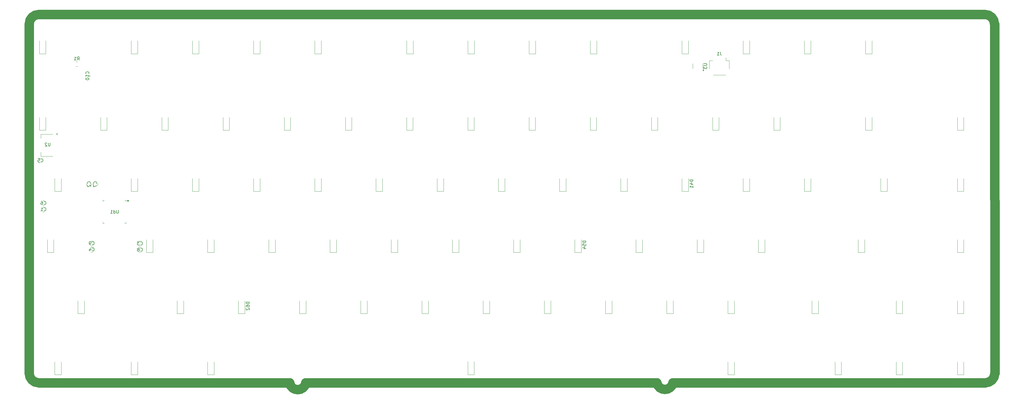
<source format=gbr>
%TF.GenerationSoftware,KiCad,Pcbnew,8.99.0-829-g0984af1676*%
%TF.CreationDate,2024-04-27T09:25:59+07:00*%
%TF.ProjectId,Nuxros75,4e757872-6f73-4373-952e-6b696361645f,rev?*%
%TF.SameCoordinates,Original*%
%TF.FileFunction,Legend,Bot*%
%TF.FilePolarity,Positive*%
%FSLAX46Y46*%
G04 Gerber Fmt 4.6, Leading zero omitted, Abs format (unit mm)*
G04 Created by KiCad (PCBNEW 8.99.0-829-g0984af1676) date 2024-04-27 09:25:59*
%MOMM*%
%LPD*%
G01*
G04 APERTURE LIST*
%ADD10C,3.000000*%
%ADD11C,0.150000*%
%ADD12C,0.120000*%
G04 APERTURE END LIST*
D10*
X34600000Y-133990000D02*
G75*
G02*
X31600000Y-136990000I-3000000J0D01*
G01*
X-70600000Y-136990000D02*
X-179900000Y-136990000D01*
X-263000000Y-137000000D02*
G75*
G02*
X-266000000Y-134000000I1J3000001D01*
G01*
X34500000Y-25190000D02*
X34600000Y-133990000D01*
X-179900001Y-136990000D02*
G75*
G02*
X-184899999Y-136990000I-2499999J400000D01*
G01*
X-65600001Y-136990001D02*
G75*
G02*
X-70599999Y-136990000I-2499999J500001D01*
G01*
X31500000Y-22200000D02*
G75*
G02*
X34500000Y-25200000I0J-3000000D01*
G01*
X-263000000Y-22200000D02*
X31500000Y-22200000D01*
X-266000000Y-25200000D02*
X-266000000Y-134000000D01*
X-266000000Y-25200000D02*
G75*
G02*
X-263000000Y-22200000I3000003J-3D01*
G01*
X31600000Y-136990000D02*
X-65600001Y-136990001D01*
X-263000000Y-137000000D02*
X-184900000Y-137000000D01*
D11*
X-247480419Y-40667142D02*
X-247432800Y-40619523D01*
X-247432800Y-40619523D02*
X-247385180Y-40476666D01*
X-247385180Y-40476666D02*
X-247385180Y-40381428D01*
X-247385180Y-40381428D02*
X-247432800Y-40238571D01*
X-247432800Y-40238571D02*
X-247528038Y-40143333D01*
X-247528038Y-40143333D02*
X-247623276Y-40095714D01*
X-247623276Y-40095714D02*
X-247813752Y-40048095D01*
X-247813752Y-40048095D02*
X-247956609Y-40048095D01*
X-247956609Y-40048095D02*
X-248147085Y-40095714D01*
X-248147085Y-40095714D02*
X-248242323Y-40143333D01*
X-248242323Y-40143333D02*
X-248337561Y-40238571D01*
X-248337561Y-40238571D02*
X-248385180Y-40381428D01*
X-248385180Y-40381428D02*
X-248385180Y-40476666D01*
X-248385180Y-40476666D02*
X-248337561Y-40619523D01*
X-248337561Y-40619523D02*
X-248289942Y-40667142D01*
X-247385180Y-41619523D02*
X-247385180Y-41048095D01*
X-247385180Y-41333809D02*
X-248385180Y-41333809D01*
X-248385180Y-41333809D02*
X-248242323Y-41238571D01*
X-248242323Y-41238571D02*
X-248147085Y-41143333D01*
X-248147085Y-41143333D02*
X-248099466Y-41048095D01*
X-248385180Y-42238571D02*
X-248385180Y-42333809D01*
X-248385180Y-42333809D02*
X-248337561Y-42429047D01*
X-248337561Y-42429047D02*
X-248289942Y-42476666D01*
X-248289942Y-42476666D02*
X-248194704Y-42524285D01*
X-248194704Y-42524285D02*
X-248004228Y-42571904D01*
X-248004228Y-42571904D02*
X-247766133Y-42571904D01*
X-247766133Y-42571904D02*
X-247575657Y-42524285D01*
X-247575657Y-42524285D02*
X-247480419Y-42476666D01*
X-247480419Y-42476666D02*
X-247432800Y-42429047D01*
X-247432800Y-42429047D02*
X-247385180Y-42333809D01*
X-247385180Y-42333809D02*
X-247385180Y-42238571D01*
X-247385180Y-42238571D02*
X-247432800Y-42143333D01*
X-247432800Y-42143333D02*
X-247480419Y-42095714D01*
X-247480419Y-42095714D02*
X-247575657Y-42048095D01*
X-247575657Y-42048095D02*
X-247766133Y-42000476D01*
X-247766133Y-42000476D02*
X-248004228Y-42000476D01*
X-248004228Y-42000476D02*
X-248194704Y-42048095D01*
X-248194704Y-42048095D02*
X-248289942Y-42095714D01*
X-248289942Y-42095714D02*
X-248337561Y-42143333D01*
X-248337561Y-42143333D02*
X-248385180Y-42238571D01*
X-261413333Y-81349580D02*
X-261365714Y-81397200D01*
X-261365714Y-81397200D02*
X-261222857Y-81444819D01*
X-261222857Y-81444819D02*
X-261127619Y-81444819D01*
X-261127619Y-81444819D02*
X-260984762Y-81397200D01*
X-260984762Y-81397200D02*
X-260889524Y-81301961D01*
X-260889524Y-81301961D02*
X-260841905Y-81206723D01*
X-260841905Y-81206723D02*
X-260794286Y-81016247D01*
X-260794286Y-81016247D02*
X-260794286Y-80873390D01*
X-260794286Y-80873390D02*
X-260841905Y-80682914D01*
X-260841905Y-80682914D02*
X-260889524Y-80587676D01*
X-260889524Y-80587676D02*
X-260984762Y-80492438D01*
X-260984762Y-80492438D02*
X-261127619Y-80444819D01*
X-261127619Y-80444819D02*
X-261222857Y-80444819D01*
X-261222857Y-80444819D02*
X-261365714Y-80492438D01*
X-261365714Y-80492438D02*
X-261413333Y-80540057D01*
X-262270476Y-80444819D02*
X-262080000Y-80444819D01*
X-262080000Y-80444819D02*
X-261984762Y-80492438D01*
X-261984762Y-80492438D02*
X-261937143Y-80540057D01*
X-261937143Y-80540057D02*
X-261841905Y-80682914D01*
X-261841905Y-80682914D02*
X-261794286Y-80873390D01*
X-261794286Y-80873390D02*
X-261794286Y-81254342D01*
X-261794286Y-81254342D02*
X-261841905Y-81349580D01*
X-261841905Y-81349580D02*
X-261889524Y-81397200D01*
X-261889524Y-81397200D02*
X-261984762Y-81444819D01*
X-261984762Y-81444819D02*
X-262175238Y-81444819D01*
X-262175238Y-81444819D02*
X-262270476Y-81397200D01*
X-262270476Y-81397200D02*
X-262318095Y-81349580D01*
X-262318095Y-81349580D02*
X-262365714Y-81254342D01*
X-262365714Y-81254342D02*
X-262365714Y-81016247D01*
X-262365714Y-81016247D02*
X-262318095Y-80921009D01*
X-262318095Y-80921009D02*
X-262270476Y-80873390D01*
X-262270476Y-80873390D02*
X-262175238Y-80825771D01*
X-262175238Y-80825771D02*
X-261984762Y-80825771D01*
X-261984762Y-80825771D02*
X-261889524Y-80873390D01*
X-261889524Y-80873390D02*
X-261841905Y-80921009D01*
X-261841905Y-80921009D02*
X-261794286Y-81016247D01*
X-238205714Y-83144819D02*
X-238205714Y-83954342D01*
X-238205714Y-83954342D02*
X-238253333Y-84049580D01*
X-238253333Y-84049580D02*
X-238300952Y-84097200D01*
X-238300952Y-84097200D02*
X-238396190Y-84144819D01*
X-238396190Y-84144819D02*
X-238586666Y-84144819D01*
X-238586666Y-84144819D02*
X-238681904Y-84097200D01*
X-238681904Y-84097200D02*
X-238729523Y-84049580D01*
X-238729523Y-84049580D02*
X-238777142Y-83954342D01*
X-238777142Y-83954342D02*
X-238777142Y-83144819D01*
X-239681904Y-84144819D02*
X-239681904Y-83144819D01*
X-239681904Y-84097200D02*
X-239586666Y-84144819D01*
X-239586666Y-84144819D02*
X-239396190Y-84144819D01*
X-239396190Y-84144819D02*
X-239300952Y-84097200D01*
X-239300952Y-84097200D02*
X-239253333Y-84049580D01*
X-239253333Y-84049580D02*
X-239205714Y-83954342D01*
X-239205714Y-83954342D02*
X-239205714Y-83668628D01*
X-239205714Y-83668628D02*
X-239253333Y-83573390D01*
X-239253333Y-83573390D02*
X-239300952Y-83525771D01*
X-239300952Y-83525771D02*
X-239396190Y-83478152D01*
X-239396190Y-83478152D02*
X-239586666Y-83478152D01*
X-239586666Y-83478152D02*
X-239681904Y-83525771D01*
X-240681904Y-84144819D02*
X-240110476Y-84144819D01*
X-240396190Y-84144819D02*
X-240396190Y-83144819D01*
X-240396190Y-83144819D02*
X-240300952Y-83287676D01*
X-240300952Y-83287676D02*
X-240205714Y-83382914D01*
X-240205714Y-83382914D02*
X-240110476Y-83430533D01*
X-259488095Y-62204819D02*
X-259488095Y-63014342D01*
X-259488095Y-63014342D02*
X-259535714Y-63109580D01*
X-259535714Y-63109580D02*
X-259583333Y-63157200D01*
X-259583333Y-63157200D02*
X-259678571Y-63204819D01*
X-259678571Y-63204819D02*
X-259869047Y-63204819D01*
X-259869047Y-63204819D02*
X-259964285Y-63157200D01*
X-259964285Y-63157200D02*
X-260011904Y-63109580D01*
X-260011904Y-63109580D02*
X-260059523Y-63014342D01*
X-260059523Y-63014342D02*
X-260059523Y-62204819D01*
X-260488095Y-62300057D02*
X-260535714Y-62252438D01*
X-260535714Y-62252438D02*
X-260630952Y-62204819D01*
X-260630952Y-62204819D02*
X-260869047Y-62204819D01*
X-260869047Y-62204819D02*
X-260964285Y-62252438D01*
X-260964285Y-62252438D02*
X-261011904Y-62300057D01*
X-261011904Y-62300057D02*
X-261059523Y-62395295D01*
X-261059523Y-62395295D02*
X-261059523Y-62490533D01*
X-261059523Y-62490533D02*
X-261011904Y-62633390D01*
X-261011904Y-62633390D02*
X-260440476Y-63204819D01*
X-260440476Y-63204819D02*
X-261059523Y-63204819D01*
X-59362680Y-73708214D02*
X-60362680Y-73708214D01*
X-60362680Y-73708214D02*
X-60362680Y-73946309D01*
X-60362680Y-73946309D02*
X-60315061Y-74089166D01*
X-60315061Y-74089166D02*
X-60219823Y-74184404D01*
X-60219823Y-74184404D02*
X-60124585Y-74232023D01*
X-60124585Y-74232023D02*
X-59934109Y-74279642D01*
X-59934109Y-74279642D02*
X-59791252Y-74279642D01*
X-59791252Y-74279642D02*
X-59600776Y-74232023D01*
X-59600776Y-74232023D02*
X-59505538Y-74184404D01*
X-59505538Y-74184404D02*
X-59410300Y-74089166D01*
X-59410300Y-74089166D02*
X-59362680Y-73946309D01*
X-59362680Y-73946309D02*
X-59362680Y-73708214D01*
X-60029347Y-75136785D02*
X-59362680Y-75136785D01*
X-60410300Y-74898690D02*
X-59696014Y-74660595D01*
X-59696014Y-74660595D02*
X-59696014Y-75279642D01*
X-59362680Y-76184404D02*
X-59362680Y-75612976D01*
X-59362680Y-75898690D02*
X-60362680Y-75898690D01*
X-60362680Y-75898690D02*
X-60219823Y-75803452D01*
X-60219823Y-75803452D02*
X-60124585Y-75708214D01*
X-60124585Y-75708214D02*
X-60076966Y-75612976D01*
X-56045180Y-37500595D02*
X-55235657Y-37500595D01*
X-55235657Y-37500595D02*
X-55140419Y-37548214D01*
X-55140419Y-37548214D02*
X-55092800Y-37595833D01*
X-55092800Y-37595833D02*
X-55045180Y-37691071D01*
X-55045180Y-37691071D02*
X-55045180Y-37881547D01*
X-55045180Y-37881547D02*
X-55092800Y-37976785D01*
X-55092800Y-37976785D02*
X-55140419Y-38024404D01*
X-55140419Y-38024404D02*
X-55235657Y-38072023D01*
X-55235657Y-38072023D02*
X-56045180Y-38072023D01*
X-56045180Y-38452976D02*
X-56045180Y-39072023D01*
X-56045180Y-39072023D02*
X-55664228Y-38738690D01*
X-55664228Y-38738690D02*
X-55664228Y-38881547D01*
X-55664228Y-38881547D02*
X-55616609Y-38976785D01*
X-55616609Y-38976785D02*
X-55568990Y-39024404D01*
X-55568990Y-39024404D02*
X-55473752Y-39072023D01*
X-55473752Y-39072023D02*
X-55235657Y-39072023D01*
X-55235657Y-39072023D02*
X-55140419Y-39024404D01*
X-55140419Y-39024404D02*
X-55092800Y-38976785D01*
X-55092800Y-38976785D02*
X-55045180Y-38881547D01*
X-55045180Y-38881547D02*
X-55045180Y-38595833D01*
X-55045180Y-38595833D02*
X-55092800Y-38500595D01*
X-55092800Y-38500595D02*
X-55140419Y-38452976D01*
X-247000419Y-74943333D02*
X-246952800Y-74895714D01*
X-246952800Y-74895714D02*
X-246905180Y-74752857D01*
X-246905180Y-74752857D02*
X-246905180Y-74657619D01*
X-246905180Y-74657619D02*
X-246952800Y-74514762D01*
X-246952800Y-74514762D02*
X-247048038Y-74419524D01*
X-247048038Y-74419524D02*
X-247143276Y-74371905D01*
X-247143276Y-74371905D02*
X-247333752Y-74324286D01*
X-247333752Y-74324286D02*
X-247476609Y-74324286D01*
X-247476609Y-74324286D02*
X-247667085Y-74371905D01*
X-247667085Y-74371905D02*
X-247762323Y-74419524D01*
X-247762323Y-74419524D02*
X-247857561Y-74514762D01*
X-247857561Y-74514762D02*
X-247905180Y-74657619D01*
X-247905180Y-74657619D02*
X-247905180Y-74752857D01*
X-247905180Y-74752857D02*
X-247857561Y-74895714D01*
X-247857561Y-74895714D02*
X-247809942Y-74943333D01*
X-247809942Y-75324286D02*
X-247857561Y-75371905D01*
X-247857561Y-75371905D02*
X-247905180Y-75467143D01*
X-247905180Y-75467143D02*
X-247905180Y-75705238D01*
X-247905180Y-75705238D02*
X-247857561Y-75800476D01*
X-247857561Y-75800476D02*
X-247809942Y-75848095D01*
X-247809942Y-75848095D02*
X-247714704Y-75895714D01*
X-247714704Y-75895714D02*
X-247619466Y-75895714D01*
X-247619466Y-75895714D02*
X-247476609Y-75848095D01*
X-247476609Y-75848095D02*
X-246905180Y-75276667D01*
X-246905180Y-75276667D02*
X-246905180Y-75895714D01*
X-261413333Y-83309580D02*
X-261365714Y-83357200D01*
X-261365714Y-83357200D02*
X-261222857Y-83404819D01*
X-261222857Y-83404819D02*
X-261127619Y-83404819D01*
X-261127619Y-83404819D02*
X-260984762Y-83357200D01*
X-260984762Y-83357200D02*
X-260889524Y-83261961D01*
X-260889524Y-83261961D02*
X-260841905Y-83166723D01*
X-260841905Y-83166723D02*
X-260794286Y-82976247D01*
X-260794286Y-82976247D02*
X-260794286Y-82833390D01*
X-260794286Y-82833390D02*
X-260841905Y-82642914D01*
X-260841905Y-82642914D02*
X-260889524Y-82547676D01*
X-260889524Y-82547676D02*
X-260984762Y-82452438D01*
X-260984762Y-82452438D02*
X-261127619Y-82404819D01*
X-261127619Y-82404819D02*
X-261222857Y-82404819D01*
X-261222857Y-82404819D02*
X-261365714Y-82452438D01*
X-261365714Y-82452438D02*
X-261413333Y-82500057D01*
X-262365714Y-83404819D02*
X-261794286Y-83404819D01*
X-262080000Y-83404819D02*
X-262080000Y-82404819D01*
X-262080000Y-82404819D02*
X-261984762Y-82547676D01*
X-261984762Y-82547676D02*
X-261889524Y-82642914D01*
X-261889524Y-82642914D02*
X-261794286Y-82690533D01*
X-92700180Y-92758214D02*
X-93700180Y-92758214D01*
X-93700180Y-92758214D02*
X-93700180Y-92996309D01*
X-93700180Y-92996309D02*
X-93652561Y-93139166D01*
X-93652561Y-93139166D02*
X-93557323Y-93234404D01*
X-93557323Y-93234404D02*
X-93462085Y-93282023D01*
X-93462085Y-93282023D02*
X-93271609Y-93329642D01*
X-93271609Y-93329642D02*
X-93128752Y-93329642D01*
X-93128752Y-93329642D02*
X-92938276Y-93282023D01*
X-92938276Y-93282023D02*
X-92843038Y-93234404D01*
X-92843038Y-93234404D02*
X-92747800Y-93139166D01*
X-92747800Y-93139166D02*
X-92700180Y-92996309D01*
X-92700180Y-92996309D02*
X-92700180Y-92758214D01*
X-93700180Y-94234404D02*
X-93700180Y-93758214D01*
X-93700180Y-93758214D02*
X-93223990Y-93710595D01*
X-93223990Y-93710595D02*
X-93271609Y-93758214D01*
X-93271609Y-93758214D02*
X-93319228Y-93853452D01*
X-93319228Y-93853452D02*
X-93319228Y-94091547D01*
X-93319228Y-94091547D02*
X-93271609Y-94186785D01*
X-93271609Y-94186785D02*
X-93223990Y-94234404D01*
X-93223990Y-94234404D02*
X-93128752Y-94282023D01*
X-93128752Y-94282023D02*
X-92890657Y-94282023D01*
X-92890657Y-94282023D02*
X-92795419Y-94234404D01*
X-92795419Y-94234404D02*
X-92747800Y-94186785D01*
X-92747800Y-94186785D02*
X-92700180Y-94091547D01*
X-92700180Y-94091547D02*
X-92700180Y-93853452D01*
X-92700180Y-93853452D02*
X-92747800Y-93758214D01*
X-92747800Y-93758214D02*
X-92795419Y-93710595D01*
X-93366847Y-95139166D02*
X-92700180Y-95139166D01*
X-93747800Y-94901071D02*
X-93033514Y-94662976D01*
X-93033514Y-94662976D02*
X-93033514Y-95282023D01*
X-197475180Y-111808214D02*
X-198475180Y-111808214D01*
X-198475180Y-111808214D02*
X-198475180Y-112046309D01*
X-198475180Y-112046309D02*
X-198427561Y-112189166D01*
X-198427561Y-112189166D02*
X-198332323Y-112284404D01*
X-198332323Y-112284404D02*
X-198237085Y-112332023D01*
X-198237085Y-112332023D02*
X-198046609Y-112379642D01*
X-198046609Y-112379642D02*
X-197903752Y-112379642D01*
X-197903752Y-112379642D02*
X-197713276Y-112332023D01*
X-197713276Y-112332023D02*
X-197618038Y-112284404D01*
X-197618038Y-112284404D02*
X-197522800Y-112189166D01*
X-197522800Y-112189166D02*
X-197475180Y-112046309D01*
X-197475180Y-112046309D02*
X-197475180Y-111808214D01*
X-198475180Y-113236785D02*
X-198475180Y-113046309D01*
X-198475180Y-113046309D02*
X-198427561Y-112951071D01*
X-198427561Y-112951071D02*
X-198379942Y-112903452D01*
X-198379942Y-112903452D02*
X-198237085Y-112808214D01*
X-198237085Y-112808214D02*
X-198046609Y-112760595D01*
X-198046609Y-112760595D02*
X-197665657Y-112760595D01*
X-197665657Y-112760595D02*
X-197570419Y-112808214D01*
X-197570419Y-112808214D02*
X-197522800Y-112855833D01*
X-197522800Y-112855833D02*
X-197475180Y-112951071D01*
X-197475180Y-112951071D02*
X-197475180Y-113141547D01*
X-197475180Y-113141547D02*
X-197522800Y-113236785D01*
X-197522800Y-113236785D02*
X-197570419Y-113284404D01*
X-197570419Y-113284404D02*
X-197665657Y-113332023D01*
X-197665657Y-113332023D02*
X-197903752Y-113332023D01*
X-197903752Y-113332023D02*
X-197998990Y-113284404D01*
X-197998990Y-113284404D02*
X-198046609Y-113236785D01*
X-198046609Y-113236785D02*
X-198094228Y-113141547D01*
X-198094228Y-113141547D02*
X-198094228Y-112951071D01*
X-198094228Y-112951071D02*
X-198046609Y-112855833D01*
X-198046609Y-112855833D02*
X-197998990Y-112808214D01*
X-197998990Y-112808214D02*
X-197903752Y-112760595D01*
X-198379942Y-113712976D02*
X-198427561Y-113760595D01*
X-198427561Y-113760595D02*
X-198475180Y-113855833D01*
X-198475180Y-113855833D02*
X-198475180Y-114093928D01*
X-198475180Y-114093928D02*
X-198427561Y-114189166D01*
X-198427561Y-114189166D02*
X-198379942Y-114236785D01*
X-198379942Y-114236785D02*
X-198284704Y-114284404D01*
X-198284704Y-114284404D02*
X-198189466Y-114284404D01*
X-198189466Y-114284404D02*
X-198046609Y-114236785D01*
X-198046609Y-114236785D02*
X-197475180Y-113665357D01*
X-197475180Y-113665357D02*
X-197475180Y-114284404D01*
X-231343333Y-95899580D02*
X-231295714Y-95947200D01*
X-231295714Y-95947200D02*
X-231152857Y-95994819D01*
X-231152857Y-95994819D02*
X-231057619Y-95994819D01*
X-231057619Y-95994819D02*
X-230914762Y-95947200D01*
X-230914762Y-95947200D02*
X-230819524Y-95851961D01*
X-230819524Y-95851961D02*
X-230771905Y-95756723D01*
X-230771905Y-95756723D02*
X-230724286Y-95566247D01*
X-230724286Y-95566247D02*
X-230724286Y-95423390D01*
X-230724286Y-95423390D02*
X-230771905Y-95232914D01*
X-230771905Y-95232914D02*
X-230819524Y-95137676D01*
X-230819524Y-95137676D02*
X-230914762Y-95042438D01*
X-230914762Y-95042438D02*
X-231057619Y-94994819D01*
X-231057619Y-94994819D02*
X-231152857Y-94994819D01*
X-231152857Y-94994819D02*
X-231295714Y-95042438D01*
X-231295714Y-95042438D02*
X-231343333Y-95090057D01*
X-231914762Y-95423390D02*
X-231819524Y-95375771D01*
X-231819524Y-95375771D02*
X-231771905Y-95328152D01*
X-231771905Y-95328152D02*
X-231724286Y-95232914D01*
X-231724286Y-95232914D02*
X-231724286Y-95185295D01*
X-231724286Y-95185295D02*
X-231771905Y-95090057D01*
X-231771905Y-95090057D02*
X-231819524Y-95042438D01*
X-231819524Y-95042438D02*
X-231914762Y-94994819D01*
X-231914762Y-94994819D02*
X-232105238Y-94994819D01*
X-232105238Y-94994819D02*
X-232200476Y-95042438D01*
X-232200476Y-95042438D02*
X-232248095Y-95090057D01*
X-232248095Y-95090057D02*
X-232295714Y-95185295D01*
X-232295714Y-95185295D02*
X-232295714Y-95232914D01*
X-232295714Y-95232914D02*
X-232248095Y-95328152D01*
X-232248095Y-95328152D02*
X-232200476Y-95375771D01*
X-232200476Y-95375771D02*
X-232105238Y-95423390D01*
X-232105238Y-95423390D02*
X-231914762Y-95423390D01*
X-231914762Y-95423390D02*
X-231819524Y-95471009D01*
X-231819524Y-95471009D02*
X-231771905Y-95518628D01*
X-231771905Y-95518628D02*
X-231724286Y-95613866D01*
X-231724286Y-95613866D02*
X-231724286Y-95804342D01*
X-231724286Y-95804342D02*
X-231771905Y-95899580D01*
X-231771905Y-95899580D02*
X-231819524Y-95947200D01*
X-231819524Y-95947200D02*
X-231914762Y-95994819D01*
X-231914762Y-95994819D02*
X-232105238Y-95994819D01*
X-232105238Y-95994819D02*
X-232200476Y-95947200D01*
X-232200476Y-95947200D02*
X-232248095Y-95899580D01*
X-232248095Y-95899580D02*
X-232295714Y-95804342D01*
X-232295714Y-95804342D02*
X-232295714Y-95613866D01*
X-232295714Y-95613866D02*
X-232248095Y-95518628D01*
X-232248095Y-95518628D02*
X-232200476Y-95471009D01*
X-232200476Y-95471009D02*
X-232105238Y-95423390D01*
X-245040419Y-74943333D02*
X-244992800Y-74895714D01*
X-244992800Y-74895714D02*
X-244945180Y-74752857D01*
X-244945180Y-74752857D02*
X-244945180Y-74657619D01*
X-244945180Y-74657619D02*
X-244992800Y-74514762D01*
X-244992800Y-74514762D02*
X-245088038Y-74419524D01*
X-245088038Y-74419524D02*
X-245183276Y-74371905D01*
X-245183276Y-74371905D02*
X-245373752Y-74324286D01*
X-245373752Y-74324286D02*
X-245516609Y-74324286D01*
X-245516609Y-74324286D02*
X-245707085Y-74371905D01*
X-245707085Y-74371905D02*
X-245802323Y-74419524D01*
X-245802323Y-74419524D02*
X-245897561Y-74514762D01*
X-245897561Y-74514762D02*
X-245945180Y-74657619D01*
X-245945180Y-74657619D02*
X-245945180Y-74752857D01*
X-245945180Y-74752857D02*
X-245897561Y-74895714D01*
X-245897561Y-74895714D02*
X-245849942Y-74943333D01*
X-245945180Y-75276667D02*
X-245945180Y-75943333D01*
X-245945180Y-75943333D02*
X-244945180Y-75514762D01*
X-246373333Y-95819580D02*
X-246325714Y-95867200D01*
X-246325714Y-95867200D02*
X-246182857Y-95914819D01*
X-246182857Y-95914819D02*
X-246087619Y-95914819D01*
X-246087619Y-95914819D02*
X-245944762Y-95867200D01*
X-245944762Y-95867200D02*
X-245849524Y-95771961D01*
X-245849524Y-95771961D02*
X-245801905Y-95676723D01*
X-245801905Y-95676723D02*
X-245754286Y-95486247D01*
X-245754286Y-95486247D02*
X-245754286Y-95343390D01*
X-245754286Y-95343390D02*
X-245801905Y-95152914D01*
X-245801905Y-95152914D02*
X-245849524Y-95057676D01*
X-245849524Y-95057676D02*
X-245944762Y-94962438D01*
X-245944762Y-94962438D02*
X-246087619Y-94914819D01*
X-246087619Y-94914819D02*
X-246182857Y-94914819D01*
X-246182857Y-94914819D02*
X-246325714Y-94962438D01*
X-246325714Y-94962438D02*
X-246373333Y-95010057D01*
X-247230476Y-95248152D02*
X-247230476Y-95914819D01*
X-246992381Y-94867200D02*
X-246754286Y-95581485D01*
X-246754286Y-95581485D02*
X-247373333Y-95581485D01*
X-231343333Y-93939580D02*
X-231295714Y-93987200D01*
X-231295714Y-93987200D02*
X-231152857Y-94034819D01*
X-231152857Y-94034819D02*
X-231057619Y-94034819D01*
X-231057619Y-94034819D02*
X-230914762Y-93987200D01*
X-230914762Y-93987200D02*
X-230819524Y-93891961D01*
X-230819524Y-93891961D02*
X-230771905Y-93796723D01*
X-230771905Y-93796723D02*
X-230724286Y-93606247D01*
X-230724286Y-93606247D02*
X-230724286Y-93463390D01*
X-230724286Y-93463390D02*
X-230771905Y-93272914D01*
X-230771905Y-93272914D02*
X-230819524Y-93177676D01*
X-230819524Y-93177676D02*
X-230914762Y-93082438D01*
X-230914762Y-93082438D02*
X-231057619Y-93034819D01*
X-231057619Y-93034819D02*
X-231152857Y-93034819D01*
X-231152857Y-93034819D02*
X-231295714Y-93082438D01*
X-231295714Y-93082438D02*
X-231343333Y-93130057D01*
X-231676667Y-93034819D02*
X-232295714Y-93034819D01*
X-232295714Y-93034819D02*
X-231962381Y-93415771D01*
X-231962381Y-93415771D02*
X-232105238Y-93415771D01*
X-232105238Y-93415771D02*
X-232200476Y-93463390D01*
X-232200476Y-93463390D02*
X-232248095Y-93511009D01*
X-232248095Y-93511009D02*
X-232295714Y-93606247D01*
X-232295714Y-93606247D02*
X-232295714Y-93844342D01*
X-232295714Y-93844342D02*
X-232248095Y-93939580D01*
X-232248095Y-93939580D02*
X-232200476Y-93987200D01*
X-232200476Y-93987200D02*
X-232105238Y-94034819D01*
X-232105238Y-94034819D02*
X-231819524Y-94034819D01*
X-231819524Y-94034819D02*
X-231724286Y-93987200D01*
X-231724286Y-93987200D02*
X-231676667Y-93939580D01*
X-246373333Y-93859580D02*
X-246325714Y-93907200D01*
X-246325714Y-93907200D02*
X-246182857Y-93954819D01*
X-246182857Y-93954819D02*
X-246087619Y-93954819D01*
X-246087619Y-93954819D02*
X-245944762Y-93907200D01*
X-245944762Y-93907200D02*
X-245849524Y-93811961D01*
X-245849524Y-93811961D02*
X-245801905Y-93716723D01*
X-245801905Y-93716723D02*
X-245754286Y-93526247D01*
X-245754286Y-93526247D02*
X-245754286Y-93383390D01*
X-245754286Y-93383390D02*
X-245801905Y-93192914D01*
X-245801905Y-93192914D02*
X-245849524Y-93097676D01*
X-245849524Y-93097676D02*
X-245944762Y-93002438D01*
X-245944762Y-93002438D02*
X-246087619Y-92954819D01*
X-246087619Y-92954819D02*
X-246182857Y-92954819D01*
X-246182857Y-92954819D02*
X-246325714Y-93002438D01*
X-246325714Y-93002438D02*
X-246373333Y-93050057D01*
X-246849524Y-93954819D02*
X-247040000Y-93954819D01*
X-247040000Y-93954819D02*
X-247135238Y-93907200D01*
X-247135238Y-93907200D02*
X-247182857Y-93859580D01*
X-247182857Y-93859580D02*
X-247278095Y-93716723D01*
X-247278095Y-93716723D02*
X-247325714Y-93526247D01*
X-247325714Y-93526247D02*
X-247325714Y-93145295D01*
X-247325714Y-93145295D02*
X-247278095Y-93050057D01*
X-247278095Y-93050057D02*
X-247230476Y-93002438D01*
X-247230476Y-93002438D02*
X-247135238Y-92954819D01*
X-247135238Y-92954819D02*
X-246944762Y-92954819D01*
X-246944762Y-92954819D02*
X-246849524Y-93002438D01*
X-246849524Y-93002438D02*
X-246801905Y-93050057D01*
X-246801905Y-93050057D02*
X-246754286Y-93145295D01*
X-246754286Y-93145295D02*
X-246754286Y-93383390D01*
X-246754286Y-93383390D02*
X-246801905Y-93478628D01*
X-246801905Y-93478628D02*
X-246849524Y-93526247D01*
X-246849524Y-93526247D02*
X-246944762Y-93573866D01*
X-246944762Y-93573866D02*
X-247135238Y-93573866D01*
X-247135238Y-93573866D02*
X-247230476Y-93526247D01*
X-247230476Y-93526247D02*
X-247278095Y-93478628D01*
X-247278095Y-93478628D02*
X-247325714Y-93383390D01*
X-251033333Y-36414819D02*
X-250700000Y-35938628D01*
X-250461905Y-36414819D02*
X-250461905Y-35414819D01*
X-250461905Y-35414819D02*
X-250842857Y-35414819D01*
X-250842857Y-35414819D02*
X-250938095Y-35462438D01*
X-250938095Y-35462438D02*
X-250985714Y-35510057D01*
X-250985714Y-35510057D02*
X-251033333Y-35605295D01*
X-251033333Y-35605295D02*
X-251033333Y-35748152D01*
X-251033333Y-35748152D02*
X-250985714Y-35843390D01*
X-250985714Y-35843390D02*
X-250938095Y-35891009D01*
X-250938095Y-35891009D02*
X-250842857Y-35938628D01*
X-250842857Y-35938628D02*
X-250461905Y-35938628D01*
X-251985714Y-36414819D02*
X-251414286Y-36414819D01*
X-251700000Y-36414819D02*
X-251700000Y-35414819D01*
X-251700000Y-35414819D02*
X-251604762Y-35557676D01*
X-251604762Y-35557676D02*
X-251509524Y-35652914D01*
X-251509524Y-35652914D02*
X-251414286Y-35700533D01*
X-262363333Y-68079580D02*
X-262315714Y-68127200D01*
X-262315714Y-68127200D02*
X-262172857Y-68174819D01*
X-262172857Y-68174819D02*
X-262077619Y-68174819D01*
X-262077619Y-68174819D02*
X-261934762Y-68127200D01*
X-261934762Y-68127200D02*
X-261839524Y-68031961D01*
X-261839524Y-68031961D02*
X-261791905Y-67936723D01*
X-261791905Y-67936723D02*
X-261744286Y-67746247D01*
X-261744286Y-67746247D02*
X-261744286Y-67603390D01*
X-261744286Y-67603390D02*
X-261791905Y-67412914D01*
X-261791905Y-67412914D02*
X-261839524Y-67317676D01*
X-261839524Y-67317676D02*
X-261934762Y-67222438D01*
X-261934762Y-67222438D02*
X-262077619Y-67174819D01*
X-262077619Y-67174819D02*
X-262172857Y-67174819D01*
X-262172857Y-67174819D02*
X-262315714Y-67222438D01*
X-262315714Y-67222438D02*
X-262363333Y-67270057D01*
X-263268095Y-67174819D02*
X-262791905Y-67174819D01*
X-262791905Y-67174819D02*
X-262744286Y-67651009D01*
X-262744286Y-67651009D02*
X-262791905Y-67603390D01*
X-262791905Y-67603390D02*
X-262887143Y-67555771D01*
X-262887143Y-67555771D02*
X-263125238Y-67555771D01*
X-263125238Y-67555771D02*
X-263220476Y-67603390D01*
X-263220476Y-67603390D02*
X-263268095Y-67651009D01*
X-263268095Y-67651009D02*
X-263315714Y-67746247D01*
X-263315714Y-67746247D02*
X-263315714Y-67984342D01*
X-263315714Y-67984342D02*
X-263268095Y-68079580D01*
X-263268095Y-68079580D02*
X-263220476Y-68127200D01*
X-263220476Y-68127200D02*
X-263125238Y-68174819D01*
X-263125238Y-68174819D02*
X-262887143Y-68174819D01*
X-262887143Y-68174819D02*
X-262791905Y-68127200D01*
X-262791905Y-68127200D02*
X-262744286Y-68079580D01*
X-50836666Y-33854819D02*
X-50836666Y-34569104D01*
X-50836666Y-34569104D02*
X-50789047Y-34711961D01*
X-50789047Y-34711961D02*
X-50693809Y-34807200D01*
X-50693809Y-34807200D02*
X-50550952Y-34854819D01*
X-50550952Y-34854819D02*
X-50455714Y-34854819D01*
X-51836666Y-34854819D02*
X-51265238Y-34854819D01*
X-51550952Y-34854819D02*
X-51550952Y-33854819D01*
X-51550952Y-33854819D02*
X-51455714Y-33997676D01*
X-51455714Y-33997676D02*
X-51360476Y-34092914D01*
X-51360476Y-34092914D02*
X-51265238Y-34140533D01*
D12*
%TO.C,D56*%
X-58055000Y-92322500D02*
X-58055000Y-96332500D01*
X-58055000Y-96332500D02*
X-56055000Y-96332500D01*
X-56055000Y-92322500D02*
X-56055000Y-96332500D01*
%TO.C,D27*%
X-53292500Y-54222500D02*
X-53292500Y-58232500D01*
X-53292500Y-58232500D02*
X-51292500Y-58232500D01*
X-51292500Y-54222500D02*
X-51292500Y-58232500D01*
%TO.C,D6*%
X-148522500Y-30412500D02*
X-148522500Y-34422500D01*
X-148522500Y-34422500D02*
X-146522500Y-34422500D01*
X-146522500Y-30412500D02*
X-146522500Y-34422500D01*
%TO.C,D33*%
X-215217500Y-73272500D02*
X-215217500Y-77282500D01*
X-215217500Y-77282500D02*
X-213217500Y-77282500D01*
X-213217500Y-73272500D02*
X-213217500Y-77282500D01*
%TO.C,D75*%
X-234267500Y-130422500D02*
X-234267500Y-134432500D01*
X-234267500Y-134432500D02*
X-232267500Y-134432500D01*
X-232267500Y-130422500D02*
X-232267500Y-134432500D01*
%TO.C,D18*%
X-224742500Y-54222500D02*
X-224742500Y-58232500D01*
X-224742500Y-58232500D02*
X-222742500Y-58232500D01*
X-222742500Y-54222500D02*
X-222742500Y-58232500D01*
%TO.C,D86*%
X-15192500Y-130422500D02*
X-15192500Y-134432500D01*
X-15192500Y-134432500D02*
X-13192500Y-134432500D01*
X-13192500Y-130422500D02*
X-13192500Y-134432500D01*
%TO.C,D55*%
X-77105000Y-92322500D02*
X-77105000Y-96332500D01*
X-77105000Y-96332500D02*
X-75105000Y-96332500D01*
X-75105000Y-92322500D02*
X-75105000Y-96332500D01*
%TO.C,D58*%
X-250861900Y-111372500D02*
X-250861900Y-115382500D01*
X-250861900Y-115382500D02*
X-248861900Y-115382500D01*
X-248861900Y-111372500D02*
X-248861900Y-115382500D01*
%TO.C,D42*%
X-43767500Y-73272500D02*
X-43767500Y-77282500D01*
X-43767500Y-77282500D02*
X-41767500Y-77282500D01*
X-41767500Y-73272500D02*
X-41767500Y-77282500D01*
%TO.C,D71*%
X-22336000Y-111372500D02*
X-22336000Y-115382500D01*
X-22336000Y-115382500D02*
X-20336000Y-115382500D01*
X-20336000Y-111372500D02*
X-20336000Y-115382500D01*
%TO.C,D20*%
X-186642500Y-54222500D02*
X-186642500Y-58232500D01*
X-186642500Y-58232500D02*
X-184642500Y-58232500D01*
X-184642500Y-54222500D02*
X-184642500Y-58232500D01*
%TO.C,C10*%
X-248535000Y-41018748D02*
X-248535000Y-41541252D01*
X-247065000Y-41018748D02*
X-247065000Y-41541252D01*
%TO.C,D38*%
X-119967500Y-73272500D02*
X-119967500Y-77282500D01*
X-119967500Y-77282500D02*
X-117967500Y-77282500D01*
X-117967500Y-73272500D02*
X-117967500Y-77282500D01*
%TO.C,D64*%
X-162830000Y-111372500D02*
X-162830000Y-115382500D01*
X-162830000Y-115382500D02*
X-160830000Y-115382500D01*
X-160830000Y-111372500D02*
X-160830000Y-115382500D01*
%TO.C,D63*%
X-181880000Y-111372500D02*
X-181880000Y-115382500D01*
X-181880000Y-115382500D02*
X-179880000Y-115382500D01*
X-179880000Y-111372500D02*
X-179880000Y-115382500D01*
%TO.C,D69*%
X-67580000Y-111372500D02*
X-67580000Y-115382500D01*
X-67580000Y-115382500D02*
X-65580000Y-115382500D01*
X-65580000Y-111372500D02*
X-65580000Y-115382500D01*
%TO.C,D17*%
X-243792500Y-54222500D02*
X-243792500Y-58232500D01*
X-243792500Y-58232500D02*
X-241792500Y-58232500D01*
X-241792500Y-54222500D02*
X-241792500Y-58232500D01*
%TO.C,D11*%
X-43772500Y-30412500D02*
X-43772500Y-34422500D01*
X-43772500Y-34422500D02*
X-41772500Y-34422500D01*
X-41772500Y-30412500D02*
X-41772500Y-34422500D01*
%TO.C,D60*%
X22907500Y-92322500D02*
X22907500Y-96332500D01*
X22907500Y-96332500D02*
X24907500Y-96332500D01*
X24907500Y-92322500D02*
X24907500Y-96332500D01*
%TO.C,C6*%
X-261288748Y-80295000D02*
X-261811252Y-80295000D01*
X-261288748Y-81765000D02*
X-261811252Y-81765000D01*
%TO.C,Ud1*%
X-243120000Y-80100000D02*
X-242670000Y-80100000D01*
X-243120000Y-80550000D02*
X-243120000Y-80100000D01*
X-243120000Y-86870000D02*
X-243120000Y-87320000D01*
X-243120000Y-87320000D02*
X-242670000Y-87320000D01*
X-235900000Y-80100000D02*
X-236350000Y-80100000D01*
X-235900000Y-80550000D02*
X-235900000Y-80100000D01*
X-235900000Y-86870000D02*
X-235900000Y-87320000D01*
X-235900000Y-87320000D02*
X-236350000Y-87320000D01*
X-235310000Y-80550000D02*
X-235650000Y-80080000D01*
X-234970000Y-80080000D01*
X-235310000Y-80550000D01*
G36*
X-235310000Y-80550000D02*
G01*
X-235650000Y-80080000D01*
X-234970000Y-80080000D01*
X-235310000Y-80550000D01*
G37*
%TO.C,D52*%
X-134255000Y-92322500D02*
X-134255000Y-96332500D01*
X-134255000Y-96332500D02*
X-132255000Y-96332500D01*
X-132255000Y-92322500D02*
X-132255000Y-96332500D01*
%TO.C,D21*%
X-167592500Y-54222500D02*
X-167592500Y-58232500D01*
X-167592500Y-58232500D02*
X-165592500Y-58232500D01*
X-165592500Y-54222500D02*
X-165592500Y-58232500D01*
%TO.C,D50*%
X-172355000Y-92322500D02*
X-172355000Y-96332500D01*
X-172355000Y-96332500D02*
X-170355000Y-96332500D01*
X-170355000Y-92322500D02*
X-170355000Y-96332500D01*
%TO.C,D9*%
X-91372500Y-30412500D02*
X-91372500Y-34422500D01*
X-91372500Y-34422500D02*
X-89372500Y-34422500D01*
X-89372500Y-30412500D02*
X-89372500Y-34422500D01*
%TO.C,D67*%
X-105680000Y-111372500D02*
X-105680000Y-115382500D01*
X-105680000Y-115382500D02*
X-103680000Y-115382500D01*
X-103680000Y-111372500D02*
X-103680000Y-115382500D01*
%TO.C,D57*%
X-39005000Y-92322500D02*
X-39005000Y-96332500D01*
X-39005000Y-96332500D02*
X-37005000Y-96332500D01*
X-37005000Y-92322500D02*
X-37005000Y-96332500D01*
%TO.C,D4*%
X-196162500Y-30402500D02*
X-196162500Y-34412500D01*
X-196162500Y-34412500D02*
X-194162500Y-34412500D01*
X-194162500Y-30402500D02*
X-194162500Y-34412500D01*
%TO.C,D25*%
X-91392500Y-54222500D02*
X-91392500Y-58232500D01*
X-91392500Y-58232500D02*
X-89392500Y-58232500D01*
X-89392500Y-54222500D02*
X-89392500Y-58232500D01*
%TO.C,D70*%
X-48530000Y-111372500D02*
X-48530000Y-115382500D01*
X-48530000Y-115382500D02*
X-46530000Y-115382500D01*
X-46530000Y-111372500D02*
X-46530000Y-115382500D01*
%TO.C,D68*%
X-86630000Y-111372500D02*
X-86630000Y-115382500D01*
X-86630000Y-115382500D02*
X-84630000Y-115382500D01*
X-84630000Y-111372500D02*
X-84630000Y-115382500D01*
%TO.C,D40*%
X-81867500Y-73272500D02*
X-81867500Y-77282500D01*
X-81867500Y-77282500D02*
X-79867500Y-77282500D01*
X-79867500Y-73272500D02*
X-79867500Y-77282500D01*
%TO.C,U2*%
X-262410000Y-59540000D02*
X-258650000Y-59540000D01*
X-262410000Y-60800000D02*
X-262410000Y-59540000D01*
X-262410000Y-65100000D02*
X-262410000Y-66360000D01*
X-262410000Y-66360000D02*
X-258650000Y-66360000D01*
X-257370000Y-59640000D02*
X-257610000Y-59310000D01*
X-257130000Y-59310000D01*
X-257370000Y-59640000D01*
G36*
X-257370000Y-59640000D02*
G01*
X-257610000Y-59310000D01*
X-257130000Y-59310000D01*
X-257370000Y-59640000D01*
G37*
%TO.C,D53*%
X-115205000Y-92322500D02*
X-115205000Y-96332500D01*
X-115205000Y-96332500D02*
X-113205000Y-96332500D01*
X-113205000Y-92322500D02*
X-113205000Y-96332500D01*
%TO.C,D36*%
X-158067500Y-73272500D02*
X-158067500Y-77282500D01*
X-158067500Y-77282500D02*
X-156067500Y-77282500D01*
X-156067500Y-73272500D02*
X-156067500Y-77282500D01*
%TO.C,D49*%
X-191405000Y-92322500D02*
X-191405000Y-96332500D01*
X-191405000Y-96332500D02*
X-189405000Y-96332500D01*
X-189405000Y-92322500D02*
X-189405000Y-96332500D01*
%TO.C,D87*%
X3857500Y-130422500D02*
X3857500Y-134432500D01*
X3857500Y-134432500D02*
X5857500Y-134432500D01*
X5857500Y-130422500D02*
X5857500Y-134432500D01*
%TO.C,D59*%
X-7974400Y-92322500D02*
X-7974400Y-96332500D01*
X-7974400Y-96332500D02*
X-5974400Y-96332500D01*
X-5974400Y-92322500D02*
X-5974400Y-96332500D01*
%TO.C,D1*%
X-262842500Y-30410000D02*
X-262842500Y-34420000D01*
X-262842500Y-34420000D02*
X-260842500Y-34420000D01*
X-260842500Y-30410000D02*
X-260842500Y-34420000D01*
%TO.C,D34*%
X-196167500Y-73272500D02*
X-196167500Y-77282500D01*
X-196167500Y-77282500D02*
X-194167500Y-77282500D01*
X-194167500Y-73272500D02*
X-194167500Y-77282500D01*
%TO.C,D44*%
X-904500Y-73272500D02*
X-904500Y-77282500D01*
X-904500Y-77282500D02*
X1095500Y-77282500D01*
X1095500Y-73272500D02*
X1095500Y-77282500D01*
%TO.C,D73*%
X3857500Y-111372500D02*
X3857500Y-115382500D01*
X3857500Y-115382500D02*
X5857500Y-115382500D01*
X5857500Y-111372500D02*
X5857500Y-115382500D01*
%TO.C,D45*%
X22907500Y-73272500D02*
X22907500Y-77282500D01*
X22907500Y-77282500D02*
X24907500Y-77282500D01*
X24907500Y-73272500D02*
X24907500Y-77282500D01*
%TO.C,D41*%
X-62817500Y-73272500D02*
X-62817500Y-77282500D01*
X-62817500Y-77282500D02*
X-60817500Y-77282500D01*
X-60817500Y-73272500D02*
X-60817500Y-77282500D01*
%TO.C,D10*%
X-62822500Y-30412500D02*
X-62822500Y-34422500D01*
X-62822500Y-34422500D02*
X-60822500Y-34422500D01*
X-60822500Y-30412500D02*
X-60822500Y-34422500D01*
%TO.C,D5*%
X-177112500Y-30402500D02*
X-177112500Y-34412500D01*
X-177112500Y-34412500D02*
X-175112500Y-34412500D01*
X-175112500Y-30402500D02*
X-175112500Y-34412500D01*
%TO.C,U3*%
X-59460000Y-37462500D02*
X-59460000Y-38262500D01*
X-59460000Y-39062500D02*
X-59460000Y-38262500D01*
X-56340000Y-37462500D02*
X-56340000Y-38262500D01*
X-56340000Y-39062500D02*
X-56340000Y-38262500D01*
X-56060000Y-39802500D02*
X-56390000Y-39562500D01*
X-56060000Y-39322500D01*
X-56060000Y-39802500D01*
G36*
X-56060000Y-39802500D02*
G01*
X-56390000Y-39562500D01*
X-56060000Y-39322500D01*
X-56060000Y-39802500D01*
G37*
%TO.C,C2*%
X-248135000Y-75401252D02*
X-248135000Y-74878748D01*
X-246665000Y-75401252D02*
X-246665000Y-74878748D01*
%TO.C,D12*%
X-24722500Y-30412500D02*
X-24722500Y-34422500D01*
X-24722500Y-34422500D02*
X-22722500Y-34422500D01*
X-22722500Y-30412500D02*
X-22722500Y-34422500D01*
%TO.C,D23*%
X-129492500Y-54222500D02*
X-129492500Y-58232500D01*
X-129492500Y-58232500D02*
X-127492500Y-58232500D01*
X-127492500Y-54222500D02*
X-127492500Y-58232500D01*
%TO.C,C1*%
X-261288748Y-82255000D02*
X-261811252Y-82255000D01*
X-261288748Y-83725000D02*
X-261811252Y-83725000D01*
%TO.C,D30*%
X22907500Y-54222500D02*
X22907500Y-58232500D01*
X22907500Y-58232500D02*
X24907500Y-58232500D01*
X24907500Y-54222500D02*
X24907500Y-58232500D01*
%TO.C,D72*%
X-258079500Y-130422500D02*
X-258079500Y-134432500D01*
X-258079500Y-134432500D02*
X-256079500Y-134432500D01*
X-256079500Y-130422500D02*
X-256079500Y-134432500D01*
%TO.C,D29*%
X-5667500Y-54222500D02*
X-5667500Y-58232500D01*
X-5667500Y-58232500D02*
X-3667500Y-58232500D01*
X-3667500Y-54222500D02*
X-3667500Y-58232500D01*
%TO.C,D39*%
X-100917500Y-73272500D02*
X-100917500Y-77282500D01*
X-100917500Y-77282500D02*
X-98917500Y-77282500D01*
X-98917500Y-73272500D02*
X-98917500Y-77282500D01*
%TO.C,D54*%
X-96155000Y-92322500D02*
X-96155000Y-96332500D01*
X-96155000Y-96332500D02*
X-94155000Y-96332500D01*
X-94155000Y-92322500D02*
X-94155000Y-96332500D01*
%TO.C,D74*%
X22907500Y-111372500D02*
X22907500Y-115382500D01*
X22907500Y-115382500D02*
X24907500Y-115382500D01*
X24907500Y-111372500D02*
X24907500Y-115382500D01*
%TO.C,D62*%
X-200930000Y-111372500D02*
X-200930000Y-115382500D01*
X-200930000Y-115382500D02*
X-198930000Y-115382500D01*
X-198930000Y-111372500D02*
X-198930000Y-115382500D01*
%TO.C,C8*%
X-231801252Y-94765000D02*
X-231278748Y-94765000D01*
X-231801252Y-96235000D02*
X-231278748Y-96235000D01*
%TO.C,D22*%
X-148542500Y-54222500D02*
X-148542500Y-58232500D01*
X-148542500Y-58232500D02*
X-146542500Y-58232500D01*
X-146542500Y-54222500D02*
X-146542500Y-58232500D01*
%TO.C,D2*%
X-234262500Y-30402500D02*
X-234262500Y-34412500D01*
X-234262500Y-34412500D02*
X-232262500Y-34412500D01*
X-232262500Y-30402500D02*
X-232262500Y-34412500D01*
%TO.C,D76*%
X-210454500Y-130422500D02*
X-210454500Y-134432500D01*
X-210454500Y-134432500D02*
X-208454500Y-134432500D01*
X-208454500Y-130422500D02*
X-208454500Y-134432500D01*
%TO.C,C7*%
X-246175000Y-75401252D02*
X-246175000Y-74878748D01*
X-244705000Y-75401252D02*
X-244705000Y-74878748D01*
%TO.C,D88*%
X22907500Y-130422500D02*
X22907500Y-134432500D01*
X22907500Y-134432500D02*
X24907500Y-134432500D01*
X24907500Y-130422500D02*
X24907500Y-134432500D01*
%TO.C,D51*%
X-153305000Y-92322500D02*
X-153305000Y-96332500D01*
X-153305000Y-96332500D02*
X-151305000Y-96332500D01*
X-151305000Y-92322500D02*
X-151305000Y-96332500D01*
%TO.C,D48*%
X-210455000Y-92322500D02*
X-210455000Y-96332500D01*
X-210455000Y-96332500D02*
X-208455000Y-96332500D01*
X-208455000Y-92322500D02*
X-208455000Y-96332500D01*
%TO.C,D28*%
X-34242500Y-54222500D02*
X-34242500Y-58232500D01*
X-34242500Y-58232500D02*
X-32242500Y-58232500D01*
X-32242500Y-54222500D02*
X-32242500Y-58232500D01*
%TO.C,C4*%
X-246248748Y-94765000D02*
X-246771252Y-94765000D01*
X-246248748Y-96235000D02*
X-246771252Y-96235000D01*
%TO.C,C3*%
X-231801252Y-92805000D02*
X-231278748Y-92805000D01*
X-231801252Y-94275000D02*
X-231278748Y-94275000D01*
%TO.C,D65*%
X-143780000Y-111372500D02*
X-143780000Y-115382500D01*
X-143780000Y-115382500D02*
X-141780000Y-115382500D01*
X-141780000Y-111372500D02*
X-141780000Y-115382500D01*
%TO.C,D80*%
X-129502500Y-130420000D02*
X-129502500Y-134430000D01*
X-129502500Y-134430000D02*
X-127502500Y-134430000D01*
X-127502500Y-130420000D02*
X-127502500Y-134430000D01*
%TO.C,D47*%
X-229505000Y-92322500D02*
X-229505000Y-96332500D01*
X-229505000Y-96332500D02*
X-227505000Y-96332500D01*
X-227505000Y-92322500D02*
X-227505000Y-96332500D01*
%TO.C,C9*%
X-246248748Y-92805000D02*
X-246771252Y-92805000D01*
X-246248748Y-94275000D02*
X-246771252Y-94275000D01*
%TO.C,D7*%
X-129472500Y-30412500D02*
X-129472500Y-34422500D01*
X-129472500Y-34422500D02*
X-127472500Y-34422500D01*
X-127472500Y-30412500D02*
X-127472500Y-34422500D01*
%TO.C,D35*%
X-177117500Y-73272500D02*
X-177117500Y-77282500D01*
X-177117500Y-77282500D02*
X-175117500Y-77282500D01*
X-175117500Y-73272500D02*
X-175117500Y-77282500D01*
%TO.C,D37*%
X-139017500Y-73272500D02*
X-139017500Y-77282500D01*
X-139017500Y-77282500D02*
X-137017500Y-77282500D01*
X-137017500Y-73272500D02*
X-137017500Y-77282500D01*
%TO.C,D46*%
X-260400000Y-92322500D02*
X-260400000Y-96332500D01*
X-260400000Y-96332500D02*
X-258400000Y-96332500D01*
X-258400000Y-92322500D02*
X-258400000Y-96332500D01*
%TO.C,D24*%
X-110442500Y-54222500D02*
X-110442500Y-58232500D01*
X-110442500Y-58232500D02*
X-108442500Y-58232500D01*
X-108442500Y-54222500D02*
X-108442500Y-58232500D01*
%TO.C,D31*%
X-258079500Y-73272500D02*
X-258079500Y-77282500D01*
X-258079500Y-77282500D02*
X-256079500Y-77282500D01*
X-256079500Y-73272500D02*
X-256079500Y-77282500D01*
%TO.C,D13*%
X-5672500Y-30412500D02*
X-5672500Y-34422500D01*
X-5672500Y-34422500D02*
X-3672500Y-34422500D01*
X-3672500Y-30412500D02*
X-3672500Y-34422500D01*
%TO.C,D19*%
X-205692500Y-54222500D02*
X-205692500Y-58232500D01*
X-205692500Y-58232500D02*
X-203692500Y-58232500D01*
X-203692500Y-54222500D02*
X-203692500Y-58232500D01*
%TO.C,D66*%
X-124730000Y-111372500D02*
X-124730000Y-115382500D01*
X-124730000Y-115382500D02*
X-122730000Y-115382500D01*
X-122730000Y-111372500D02*
X-122730000Y-115382500D01*
%TO.C,D32*%
X-234267500Y-73272500D02*
X-234267500Y-77282500D01*
X-234267500Y-77282500D02*
X-232267500Y-77282500D01*
X-232267500Y-73272500D02*
X-232267500Y-77282500D01*
%TO.C,R1*%
X-251427064Y-36875000D02*
X-250972936Y-36875000D01*
X-251427064Y-38345000D02*
X-250972936Y-38345000D01*
%TO.C,D8*%
X-110422500Y-30412500D02*
X-110422500Y-34422500D01*
X-110422500Y-34422500D02*
X-108422500Y-34422500D01*
X-108422500Y-30412500D02*
X-108422500Y-34422500D01*
%TO.C,D84*%
X-48529500Y-130422500D02*
X-48529500Y-134432500D01*
X-48529500Y-134432500D02*
X-46529500Y-134432500D01*
X-46529500Y-130422500D02*
X-46529500Y-134432500D01*
%TO.C,C5*%
X-263121252Y-66925000D02*
X-262598748Y-66925000D01*
X-263121252Y-68395000D02*
X-262598748Y-68395000D01*
%TO.C,D26*%
X-72342500Y-54222500D02*
X-72342500Y-58232500D01*
X-72342500Y-58232500D02*
X-70342500Y-58232500D01*
X-70342500Y-54222500D02*
X-70342500Y-58232500D01*
%TO.C,D43*%
X-24717500Y-73272500D02*
X-24717500Y-77282500D01*
X-24717500Y-77282500D02*
X-22717500Y-77282500D01*
X-22717500Y-73272500D02*
X-22717500Y-77282500D01*
%TO.C,D16*%
X-262842500Y-54222500D02*
X-262842500Y-58232500D01*
X-262842500Y-58232500D02*
X-260842500Y-58232500D01*
X-260842500Y-54222500D02*
X-260842500Y-58232500D01*
%TO.C,D3*%
X-215212500Y-30402500D02*
X-215212500Y-34412500D01*
X-215212500Y-34412500D02*
X-213212500Y-34412500D01*
X-213212500Y-30402500D02*
X-213212500Y-34412500D01*
%TO.C,D61*%
X-219980000Y-111372500D02*
X-219980000Y-115382500D01*
X-219980000Y-115382500D02*
X-217980000Y-115382500D01*
X-217980000Y-111372500D02*
X-217980000Y-115382500D01*
%TO.C,J1*%
X-54280000Y-36595000D02*
X-54280000Y-39095000D01*
X-53230000Y-36595000D02*
X-54280000Y-36595000D01*
X-53110000Y-41065000D02*
X-49230000Y-41065000D01*
X-49110000Y-35605000D02*
X-49110000Y-36595000D01*
X-49110000Y-36595000D02*
X-48060000Y-36595000D01*
X-48060000Y-36595000D02*
X-48060000Y-39095000D01*
%TD*%
M02*

</source>
